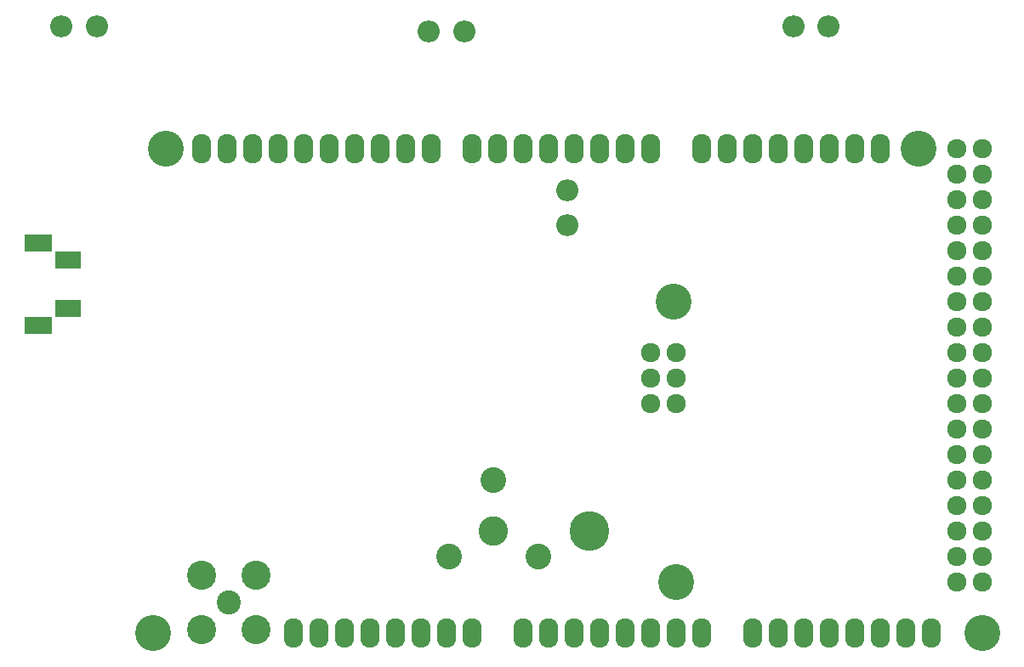
<source format=gbr>
G04 #@! TF.FileFunction,Soldermask,Bot*
%FSLAX46Y46*%
G04 Gerber Fmt 4.6, Leading zero omitted, Abs format (unit mm)*
G04 Created by KiCad (PCBNEW 4.0.0-rc1-stable) date 11/11/2015 4:04:06 PM*
%MOMM*%
G01*
G04 APERTURE LIST*
%ADD10C,0.100000*%
%ADD11O,1.924000X2.940000*%
%ADD12C,3.575000*%
%ADD13C,1.924000*%
%ADD14O,2.198320X2.198320*%
%ADD15C,3.956000*%
%ADD16C,2.940000*%
%ADD17C,2.559000*%
%ADD18R,2.701240X1.700480*%
%ADD19R,2.602180X1.700480*%
%ADD20C,2.398980*%
%ADD21C,2.900000*%
G04 APERTURE END LIST*
D10*
D11*
X119380000Y-101600000D03*
X121920000Y-101600000D03*
X124460000Y-101600000D03*
X127000000Y-101600000D03*
X129540000Y-101600000D03*
X132080000Y-101600000D03*
X134620000Y-101600000D03*
X137160000Y-101600000D03*
X142240000Y-149860000D03*
X139700000Y-149860000D03*
X137160000Y-149860000D03*
X134620000Y-149860000D03*
X124460000Y-149860000D03*
X119380000Y-149860000D03*
X116840000Y-149860000D03*
X127000000Y-149860000D03*
X129540000Y-149860000D03*
X132080000Y-149860000D03*
X114300000Y-149860000D03*
X111760000Y-149860000D03*
X109220000Y-149860000D03*
X101600000Y-149860000D03*
X104140000Y-149860000D03*
X106680000Y-149860000D03*
X96520000Y-149860000D03*
X93980000Y-149860000D03*
X91440000Y-149860000D03*
X86360000Y-149860000D03*
X83820000Y-149860000D03*
X114300000Y-101600000D03*
X111760000Y-101600000D03*
X109220000Y-101600000D03*
X106680000Y-101600000D03*
X104140000Y-101600000D03*
X101600000Y-101600000D03*
X99060000Y-101600000D03*
X96520000Y-101600000D03*
X92456000Y-101600000D03*
X89916000Y-101600000D03*
X87376000Y-101600000D03*
X84836000Y-101600000D03*
X82296000Y-101600000D03*
X79756000Y-101600000D03*
X77216000Y-101600000D03*
X74676000Y-101600000D03*
X88900000Y-149860000D03*
D12*
X147320000Y-149860000D03*
X140970000Y-101600000D03*
X66040000Y-101600000D03*
X64770000Y-149860000D03*
D13*
X144780000Y-104140000D03*
X147320000Y-104140000D03*
X144780000Y-106680000D03*
X147320000Y-106680000D03*
X144780000Y-109220000D03*
X147320000Y-109220000D03*
X144780000Y-111760000D03*
X147320000Y-111760000D03*
X144780000Y-101600000D03*
X147320000Y-101600000D03*
X147320000Y-114300000D03*
X144780000Y-114300000D03*
X144780000Y-116840000D03*
X147320000Y-116840000D03*
X144780000Y-119380000D03*
X147320000Y-119380000D03*
X144780000Y-121920000D03*
X147320000Y-121920000D03*
X144780000Y-124460000D03*
X147320000Y-124460000D03*
X144780000Y-127000000D03*
X147320000Y-127000000D03*
X144780000Y-129540000D03*
X147320000Y-129540000D03*
X144780000Y-132080000D03*
X147320000Y-132080000D03*
X144780000Y-134620000D03*
X147320000Y-134620000D03*
X144780000Y-137160000D03*
X147320000Y-137160000D03*
X144780000Y-139700000D03*
X147320000Y-139700000D03*
X144780000Y-142240000D03*
X147320000Y-142240000D03*
X144780000Y-144780000D03*
X147320000Y-144780000D03*
X114300000Y-121920000D03*
X116840000Y-121920000D03*
X114300000Y-124460000D03*
X116840000Y-124460000D03*
X114300000Y-127000000D03*
X116840000Y-127000000D03*
D12*
X116586000Y-116840000D03*
X116840000Y-144780000D03*
D11*
X81280000Y-149860000D03*
X78740000Y-149860000D03*
X72136000Y-101600000D03*
X69596000Y-101600000D03*
D14*
X59182000Y-89408000D03*
X55684420Y-89408000D03*
X95758000Y-89916000D03*
X92260420Y-89916000D03*
X132021580Y-89408000D03*
X128524000Y-89408000D03*
D15*
X108204000Y-139700000D03*
D16*
X98679000Y-139700000D03*
D17*
X98679000Y-134620000D03*
X94234000Y-142240000D03*
X103124000Y-142240000D03*
D14*
X106045000Y-109220000D03*
X106045000Y-105722420D03*
D18*
X53340000Y-110964980D03*
D19*
X56339740Y-112664240D03*
D18*
X53340000Y-119164100D03*
D19*
X56339740Y-117464840D03*
D20*
X72364600Y-146786600D03*
D21*
X75064620Y-144086580D03*
X69664580Y-144086580D03*
X69664580Y-149486620D03*
X75064620Y-149486620D03*
M02*

</source>
